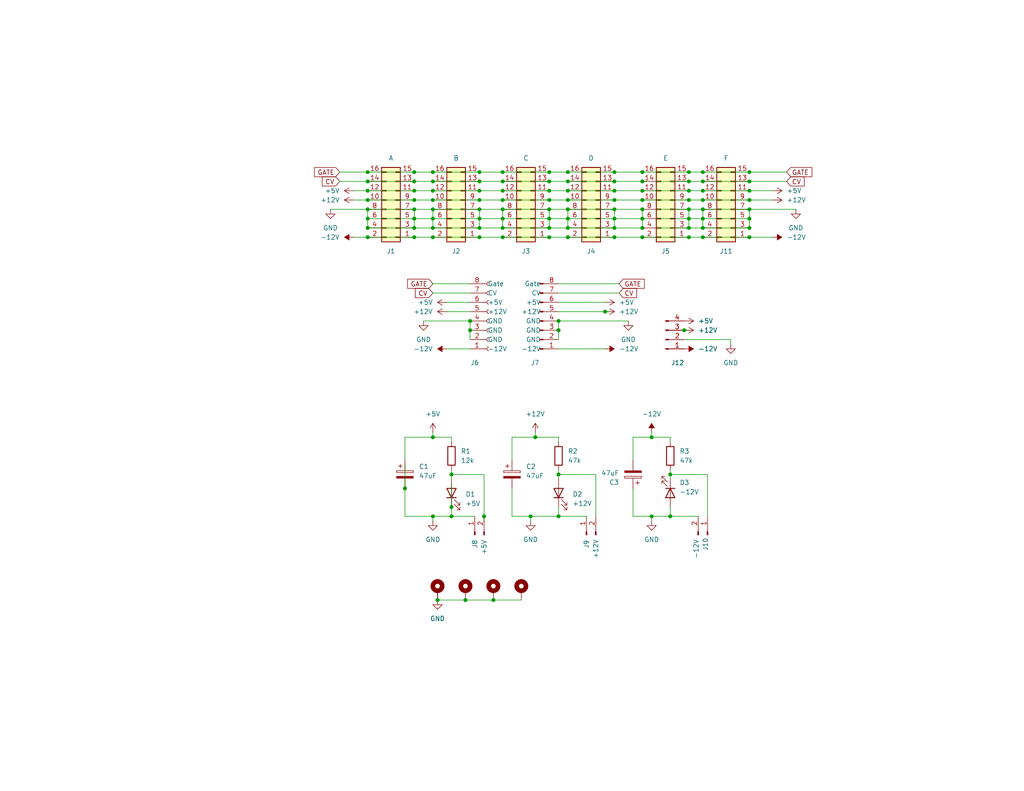
<source format=kicad_sch>
(kicad_sch (version 20230121) (generator eeschema)
  (paper "USLetter")
  (title_block (title "Merp: Modular Eurorack Powerbus") (rev "beta") (company "Dave Hamilton"))
  (lib_symbols
    (symbol "Connector:Conn_01x02_Male" (pin_names (offset 1.016) hide)
      (property "Reference" "J" (at 0 2.54 0))
      (property "Value" "Conn_01x02_Male" (at 0 -5.08 0))
      (symbol "Conn_01x02_Male_1_1"
        (polyline (pts (xy 1.27 -2.54) (xy 0.8636 -2.54)) (stroke (width 0.1524)))
        (polyline (pts (xy 1.27 0) (xy 0.8636 0)) (stroke (width 0.1524)))
        (rectangle (start 0.8636 -2.413) (end 0 -2.667) (stroke (width 0.1524)) (fill (type outline)))
        (rectangle (start 0.8636 0.127) (end 0 -0.127) (stroke (width 0.1524)) (fill (type outline)))
        (pin passive line (at 5.08 0 180) (length 3.81) (name "Pin_1") (number "1"))
        (pin passive line (at 5.08 -2.54 180) (length 3.81) (name "Pin_2") (number "2"))
      )
    )
    (symbol "Connector:Conn_01x04_Male" (pin_names (offset 1.016) hide)
      (property "Reference" "J" (at 0 5.08 0))
      (property "Value" "Conn_01x04_Male" (at 0 -7.62 0))
      (symbol "Conn_01x04_Male_1_1"
        (polyline (pts (xy 1.27 -5.08) (xy 0.8636 -5.08)) (stroke (width 0.1524)))
        (polyline (pts (xy 1.27 -2.54) (xy 0.8636 -2.54)) (stroke (width 0.1524)))
        (polyline (pts (xy 1.27 0) (xy 0.8636 0)) (stroke (width 0.1524)))
        (polyline (pts (xy 1.27 2.54) (xy 0.8636 2.54)) (stroke (width 0.1524)))
        (rectangle (start 0.8636 -4.953) (end 0 -5.207) (stroke (width 0.1524)) (fill (type outline)))
        (rectangle (start 0.8636 -2.413) (end 0 -2.667) (stroke (width 0.1524)) (fill (type outline)))
        (rectangle (start 0.8636 0.127) (end 0 -0.127) (stroke (width 0.1524)) (fill (type outline)))
        (rectangle (start 0.8636 2.667) (end 0 2.413) (stroke (width 0.1524)) (fill (type outline)))
        (pin passive line (at 5.08 2.54 180) (length 3.81) (name "Pin_1") (number "1"))
        (pin passive line (at 5.08 0 180) (length 3.81) (name "Pin_2") (number "2"))
        (pin passive line (at 5.08 -2.54 180) (length 3.81) (name "Pin_3") (number "3"))
        (pin passive line (at 5.08 -5.08 180) (length 3.81) (name "Pin_4") (number "4"))
      )
    )
    (symbol "Connector:Conn_01x08_Female" (pin_names (offset 1.016))
      (property "Reference" "J6" (at -3.81 11.43 0))
      (symbol "Conn_01x08_Female_1_1"
        (arc (start 0 -9.652) (mid -0.5058 -10.16) (end 0 -10.668) (stroke (width 0.1524)))
        (arc (start 0 -7.112) (mid -0.5058 -7.62) (end 0 -8.128) (stroke (width 0.1524)))
        (arc (start 0 -4.572) (mid -0.5058 -5.08) (end 0 -5.588) (stroke (width 0.1524)))
        (arc (start 0 -2.032) (mid -0.5058 -2.54) (end 0 -3.048) (stroke (width 0.1524)))
        (polyline (pts (xy -1.27 -10.16) (xy -0.508 -10.16)) (stroke (width 0.1524)))
        (polyline (pts (xy -1.27 -7.62) (xy -0.508 -7.62)) (stroke (width 0.1524)))
        (polyline (pts (xy -1.27 -5.08) (xy -0.508 -5.08)) (stroke (width 0.1524)))
        (polyline (pts (xy -1.27 -2.54) (xy -0.508 -2.54)) (stroke (width 0.1524)))
        (polyline (pts (xy -1.27 0) (xy -0.508 0)) (stroke (width 0.1524)))
        (polyline (pts (xy -1.27 2.54) (xy -0.508 2.54)) (stroke (width 0.1524)))
        (polyline (pts (xy -1.27 5.08) (xy -0.508 5.08)) (stroke (width 0.1524)))
        (polyline (pts (xy -1.27 7.62) (xy -0.508 7.62)) (stroke (width 0.1524)))
        (arc (start 0 0.508) (mid -0.5058 0) (end 0 -0.508) (stroke (width 0.1524)))
        (arc (start 0 3.048) (mid -0.5058 2.54) (end 0 2.032) (stroke (width 0.1524)))
        (arc (start 0 5.588) (mid -0.5058 5.08) (end 0 4.572) (stroke (width 0.1524)))
        (arc (start 0 8.128) (mid -0.5058 7.62) (end 0 7.112) (stroke (width 0.1524)))
        (pin passive line (at -5.08 7.62 0) (length 3.81) (name "-12V") (number "1"))
        (pin passive line (at -5.08 5.08 0) (length 3.81) (name "GND") (number "2"))
        (pin passive line (at -5.08 2.54 0) (length 3.81) (name "GND") (number "3"))
        (pin passive line (at -5.08 0 0) (length 3.81) (name "GND") (number "4"))
        (pin passive line (at -5.08 -2.54 0) (length 3.81) (name "+12V") (number "5"))
        (pin passive line (at -5.08 -5.08 0) (length 3.81) (name "+5V") (number "6"))
        (pin passive line (at -5.08 -7.62 0) (length 3.81) (name "CV") (number "7"))
        (pin passive line (at -5.08 -10.16 0) (length 3.81) (name "Gate") (number "8"))
      )
    )
    (symbol "Connector:Conn_01x08_Male" (pin_names (offset 1.016))
      (property "Reference" "J7" (at -2.54 11.43 0))
      (symbol "Conn_01x08_Male_1_1"
        (polyline (pts (xy 1.27 -10.16) (xy 0.8636 -10.16)) (stroke (width 0.1524)))
        (polyline (pts (xy 1.27 -7.62) (xy 0.8636 -7.62)) (stroke (width 0.1524)))
        (polyline (pts (xy 1.27 -5.08) (xy 0.8636 -5.08)) (stroke (width 0.1524)))
        (polyline (pts (xy 1.27 -2.54) (xy 0.8636 -2.54)) (stroke (width 0.1524)))
        (polyline (pts (xy 1.27 0) (xy 0.8636 0)) (stroke (width 0.1524)))
        (polyline (pts (xy 1.27 2.54) (xy 0.8636 2.54)) (stroke (width 0.1524)))
        (polyline (pts (xy 1.27 5.08) (xy 0.8636 5.08)) (stroke (width 0.1524)))
        (polyline (pts (xy 1.27 7.62) (xy 0.8636 7.62)) (stroke (width 0.1524)))
        (rectangle (start 0.8636 -10.033) (end 0 -10.287) (stroke (width 0.1524)) (fill (type outline)))
        (rectangle (start 0.8636 -7.493) (end 0 -7.747) (stroke (width 0.1524)) (fill (type outline)))
        (rectangle (start 0.8636 -4.953) (end 0 -5.207) (stroke (width 0.1524)) (fill (type outline)))
        (rectangle (start 0.8636 -2.413) (end 0 -2.667) (stroke (width 0.1524)) (fill (type outline)))
        (rectangle (start 0.8636 0.127) (end 0 -0.127) (stroke (width 0.1524)) (fill (type outline)))
        (rectangle (start 0.8636 2.667) (end 0 2.413) (stroke (width 0.1524)) (fill (type outline)))
        (rectangle (start 0.8636 5.207) (end 0 4.953) (stroke (width 0.1524)) (fill (type outline)))
        (rectangle (start 0.8636 7.747) (end 0 7.493) (stroke (width 0.1524)) (fill (type outline)))
        (pin passive line (at 5.08 7.62 180) (length 3.81) (name "-12V") (number "1"))
        (pin passive line (at 5.08 5.08 180) (length 3.81) (name "GND") (number "2"))
        (pin passive line (at 5.08 2.54 180) (length 3.81) (name "GND") (number "3"))
        (pin passive line (at 5.08 0 180) (length 3.81) (name "GND") (number "4"))
        (pin passive line (at 5.08 -2.54 180) (length 3.81) (name "+12V") (number "5"))
        (pin passive line (at 5.08 -5.08 180) (length 3.81) (name "+5V") (number "6"))
        (pin passive line (at 5.08 -7.62 180) (length 3.81) (name "CV") (number "7"))
        (pin passive line (at 5.08 -10.16 180) (length 3.81) (name "Gate") (number "8"))
      )
    )
    (symbol "Connector_Generic:Conn_02x08_Odd_Even" (pin_names (offset 1.016) hide)
      (property "Reference" "J" (at 1.27 10.16 0))
      (property "Value" "Conn_02x08_Odd_Even" (at 1.27 -12.7 0))
      (symbol "Conn_02x08_Odd_Even_1_1"
        (rectangle (start -1.27 -10.033) (end 0 -10.287) (stroke (width 0.1524)))
        (rectangle (start -1.27 -7.493) (end 0 -7.747) (stroke (width 0.1524)))
        (rectangle (start -1.27 -4.953) (end 0 -5.207) (stroke (width 0.1524)))
        (rectangle (start -1.27 -2.413) (end 0 -2.667) (stroke (width 0.1524)))
        (rectangle (start -1.27 0.127) (end 0 -0.127) (stroke (width 0.1524)))
        (rectangle (start -1.27 2.667) (end 0 2.413) (stroke (width 0.1524)))
        (rectangle (start -1.27 5.207) (end 0 4.953) (stroke (width 0.1524)))
        (rectangle (start -1.27 7.747) (end 0 7.493) (stroke (width 0.1524)))
        (rectangle (start -1.27 8.89) (end 3.81 -11.43) (stroke (width 0.254)) (fill (type background)))
        (rectangle (start 3.81 -10.033) (end 2.54 -10.287) (stroke (width 0.1524)))
        (rectangle (start 3.81 -7.493) (end 2.54 -7.747) (stroke (width 0.1524)))
        (rectangle (start 3.81 -4.953) (end 2.54 -5.207) (stroke (width 0.1524)))
        (rectangle (start 3.81 -2.413) (end 2.54 -2.667) (stroke (width 0.1524)))
        (rectangle (start 3.81 0.127) (end 2.54 -0.127) (stroke (width 0.1524)))
        (rectangle (start 3.81 2.667) (end 2.54 2.413) (stroke (width 0.1524)))
        (rectangle (start 3.81 5.207) (end 2.54 4.953) (stroke (width 0.1524)))
        (rectangle (start 3.81 7.747) (end 2.54 7.493) (stroke (width 0.1524)))
        (pin passive line (at -5.08 7.62 0) (length 3.81) (name "Pin_1") (number "1"))
        (pin passive line (at 7.62 -2.54 180) (length 3.81) (name "Pin_10") (number "10"))
        (pin passive line (at -5.08 -5.08 0) (length 3.81) (name "Pin_11") (number "11"))
        (pin passive line (at 7.62 -5.08 180) (length 3.81) (name "Pin_12") (number "12"))
        (pin passive line (at -5.08 -7.62 0) (length 3.81) (name "Pin_13") (number "13"))
        (pin passive line (at 7.62 -7.62 180) (length 3.81) (name "Pin_14") (number "14"))
        (pin passive line (at -5.08 -10.16 0) (length 3.81) (name "Pin_15") (number "15"))
        (pin passive line (at 7.62 -10.16 180) (length 3.81) (name "Pin_16") (number "16"))
        (pin passive line (at 7.62 7.62 180) (length 3.81) (name "Pin_2") (number "2"))
        (pin passive line (at -5.08 5.08 0) (length 3.81) (name "Pin_3") (number "3"))
        (pin passive line (at 7.62 5.08 180) (length 3.81) (name "Pin_4") (number "4"))
        (pin passive line (at -5.08 2.54 0) (length 3.81) (name "Pin_5") (number "5"))
        (pin passive line (at 7.62 2.54 180) (length 3.81) (name "Pin_6") (number "6"))
        (pin passive line (at -5.08 0 0) (length 3.81) (name "Pin_7") (number "7"))
        (pin passive line (at 7.62 0 180) (length 3.81) (name "Pin_8") (number "8"))
        (pin passive line (at -5.08 -2.54 0) (length 3.81) (name "Pin_9") (number "9"))
      )
    )
    (symbol "Device:C_Polarized" (pin_numbers hide) (pin_names (offset 0.254))
      (property "Reference" "C" (at 0.635 2.54 0))
      (property "Value" "C_Polarized" (at 0.635 -2.54 0))
      (symbol "C_Polarized_0_1"
        (rectangle (start -2.286 0.508) (end 2.286 1.016))
        (polyline (pts (xy -1.778 2.286) (xy -0.762 2.286)))
        (polyline (pts (xy -1.27 2.794) (xy -1.27 1.778)))
        (rectangle (start 2.286 -0.508) (end -2.286 -1.016) (fill (type outline)))
      )
      (symbol "C_Polarized_1_1"
        (pin passive line (at 0 3.81 270) (length 2.794) (name "~") (number "1"))
        (pin passive line (at 0 -3.81 90) (length 2.794) (name "~") (number "2"))
      )
    )
    (symbol "Device:LED" (pin_numbers hide) (pin_names (offset 1.016) hide)
      (property "Reference" "D" (at 0 2.54 0))
      (property "Value" "LED" (at 0 -2.54 0))
      (symbol "LED_0_1"
        (polyline (pts (xy -1.27 -1.27) (xy -1.27 1.27)) (stroke (width 0.254)))
        (polyline (pts (xy -1.27 0) (xy 1.27 0)))
        (polyline (pts (xy 1.27 -1.27) (xy 1.27 1.27) (xy -1.27 0) (xy 1.27 -1.27)) (stroke (width 0.254)))
        (polyline (pts (xy -3.048 -0.762) (xy -4.572 -2.286) (xy -3.81 -2.286) (xy -4.572 -2.286) (xy -4.572 -1.524)))
        (polyline (pts (xy -1.778 -0.762) (xy -3.302 -2.286) (xy -2.54 -2.286) (xy -3.302 -2.286) (xy -3.302 -1.524)))
      )
      (symbol "LED_1_1"
        (pin passive line (at -3.81 0 0) (length 2.54) (name "K") (number "1"))
        (pin passive line (at 3.81 0 180) (length 2.54) (name "A") (number "2"))
      )
    )
    (symbol "Device:R" (pin_numbers hide) (pin_names (offset 0))
      (property "Reference" "R" (at 2.032 0 90))
      (property "Value" "R" (at 0 0 90))
      (symbol "R_0_1"
        (rectangle (start -1.016 -2.54) (end 1.016 2.54) (stroke (width 0.254)))
      )
      (symbol "R_1_1"
        (pin passive line (at 0 3.81 270) (length 1.27) (name "~") (number "1"))
        (pin passive line (at 0 -3.81 90) (length 1.27) (name "~") (number "2"))
      )
    )
    (symbol "GND_1" (power) (pin_names (offset 0))
      (property "Value" "GND_1" (at 0 -3.81 0))
      (symbol "GND_1_0_1"
        (polyline (pts (xy 0 0) (xy 0 -1.27) (xy 1.27 -1.27) (xy 0 -2.54) (xy -1.27 -1.27) (xy 0 -1.27)))
      )
      (symbol "GND_1_1_1"
        (pin power_in line (at 0 0 270) (length 0) hide (name "GND") (number "1"))
      )
    )
    (symbol "Mechanical:MountingHole_Pad" (pin_numbers hide) (pin_names (offset 1.016) hide)
      (property "Reference" "H" (at 0 6.35 0))
      (property "Value" "MountingHole_Pad" (at 0 4.445 0))
      (symbol "MountingHole_Pad_0_1"
        (circle (center 0 1.27) (radius 1.27) (stroke (width 1.27)))
      )
      (symbol "MountingHole_Pad_1_1"
        (pin input line (at 0 -2.54 90) (length 2.54) (name "1") (number "1"))
      )
    )
    (symbol "power:+12V" (power) (pin_names (offset 0))
      (property "Value" "+12V" (at 0 3.556 0))
      (symbol "+12V_0_1"
        (polyline (pts (xy -0.762 1.27) (xy 0 2.54)))
        (polyline (pts (xy 0 0) (xy 0 2.54)))
        (polyline (pts (xy 0 2.54) (xy 0.762 1.27)))
      )
      (symbol "+12V_1_1"
        (pin power_in line (at 0 0 90) (length 0) hide (name "+12V") (number "1"))
      )
    )
    (symbol "power:+5V" (power) (pin_names (offset 0))
      (property "Value" "+5V" (at 0 3.556 0))
      (symbol "+5V_0_1"
        (polyline (pts (xy -0.762 1.27) (xy 0 2.54)))
        (polyline (pts (xy 0 0) (xy 0 2.54)))
        (polyline (pts (xy 0 2.54) (xy 0.762 1.27)))
      )
      (symbol "+5V_1_1"
        (pin power_in line (at 0 0 90) (length 0) hide (name "+5V") (number "1"))
      )
    )
    (symbol "power:-12V" (power) (pin_names (offset 0))
      (property "Value" "-12V" (at 0 3.81 0))
      (symbol "-12V_0_0"
        (pin power_in line (at 0 0 90) (length 0) hide (name "-12V") (number "1"))
      )
      (symbol "-12V_0_1"
        (polyline (pts (xy 0 0) (xy 0 1.27) (xy 0.762 1.27) (xy 0 2.54) (xy -0.762 1.27) (xy 0 1.27)) (fill (type outline)))
      )
    )
    (symbol "power:GND" (power) (pin_names (offset 0))
      (property "Value" "GND" (at 0 -3.81 0))
      (symbol "GND_0_1"
        (polyline (pts (xy 0 0) (xy 0 -1.27) (xy 1.27 -1.27) (xy 0 -2.54) (xy -1.27 -1.27) (xy 0 -1.27)))
      )
      (symbol "GND_1_1"
        (pin power_in line (at 0 0 270) (length 0) hide (name "GND") (number "1"))
      )
    )
  )
  (junction (at 137.16 62.23))
  (junction (at 204.47 49.53))
  (junction (at 100.33 59.69))
  (junction (at 167.64 57.15))
  (junction (at 100.33 54.61))
  (junction (at 177.8 119.38))
  (junction (at 154.94 52.07))
  (junction (at 152.4 87.63))
  (junction (at 191.77 59.69))
  (junction (at 204.47 46.99))
  (junction (at 191.77 49.53))
  (junction (at 128.27 87.63))
  (junction (at 182.88 140.97))
  (junction (at 175.26 59.69))
  (junction (at 118.11 140.97))
  (junction (at 113.03 62.23))
  (junction (at 100.33 52.07))
  (junction (at 130.81 52.07))
  (junction (at 204.47 64.77))
  (junction (at 137.16 52.07))
  (junction (at 204.47 62.23))
  (junction (at 152.4 140.97))
  (junction (at 100.33 64.77))
  (junction (at 154.94 54.61))
  (junction (at 175.26 46.99))
  (junction (at 191.77 54.61))
  (junction (at 187.96 59.69))
  (junction (at 167.64 59.69))
  (junction (at 113.03 46.99))
  (junction (at 187.96 49.53))
  (junction (at 149.86 46.99))
  (junction (at 182.88 129.54))
  (junction (at 134.62 163.83))
  (junction (at 118.11 49.53))
  (junction (at 127 163.83))
  (junction (at 113.03 52.07))
  (junction (at 110.49 133.35))
  (junction (at 187.96 54.61))
  (junction (at 130.81 57.15))
  (junction (at 100.33 49.53))
  (junction (at 137.16 54.61))
  (junction (at 149.86 54.61))
  (junction (at 118.11 119.38))
  (junction (at 187.96 57.15))
  (junction (at 154.94 59.69))
  (junction (at 191.77 57.15))
  (junction (at 175.26 57.15))
  (junction (at 130.81 62.23))
  (junction (at 123.19 138.43))
  (junction (at 187.96 52.07))
  (junction (at 113.03 59.69))
  (junction (at 146.05 119.38))
  (junction (at 204.47 52.07))
  (junction (at 167.64 64.77))
  (junction (at 123.19 129.54))
  (junction (at 118.11 46.99))
  (junction (at 154.94 46.99))
  (junction (at 137.16 49.53))
  (junction (at 119.38 163.83))
  (junction (at 130.81 49.53))
  (junction (at 130.81 46.99))
  (junction (at 149.86 59.69))
  (junction (at 177.8 140.97))
  (junction (at 113.03 57.15))
  (junction (at 100.33 57.15))
  (junction (at 144.78 140.97))
  (junction (at 118.11 54.61))
  (junction (at 118.11 57.15))
  (junction (at 167.64 46.99))
  (junction (at 154.94 64.77))
  (junction (at 149.86 64.77))
  (junction (at 130.81 59.69))
  (junction (at 152.4 129.54))
  (junction (at 100.33 46.99))
  (junction (at 167.64 62.23))
  (junction (at 130.81 64.77))
  (junction (at 175.26 62.23))
  (junction (at 154.94 62.23))
  (junction (at 167.64 52.07))
  (junction (at 191.77 46.99))
  (junction (at 175.26 54.61))
  (junction (at 175.26 49.53))
  (junction (at 167.64 49.53))
  (junction (at 165.1 85.09))
  (junction (at 118.11 62.23))
  (junction (at 149.86 52.07))
  (junction (at 128.27 90.17))
  (junction (at 175.26 52.07))
  (junction (at 132.08 140.97))
  (junction (at 204.47 59.69))
  (junction (at 191.77 62.23))
  (junction (at 191.77 64.77))
  (junction (at 187.96 62.23))
  (junction (at 118.11 59.69))
  (junction (at 152.4 90.17))
  (junction (at 187.96 46.99))
  (junction (at 113.03 49.53))
  (junction (at 175.26 64.77))
  (junction (at 130.81 54.61))
  (junction (at 137.16 59.69))
  (junction (at 113.03 54.61))
  (junction (at 149.86 57.15))
  (junction (at 154.94 57.15))
  (junction (at 149.86 62.23))
  (junction (at 186.69 90.17))
  (junction (at 149.86 49.53))
  (junction (at 123.19 140.97))
  (junction (at 204.47 57.15))
  (junction (at 118.11 64.77))
  (junction (at 118.11 52.07))
  (junction (at 137.16 46.99))
  (junction (at 191.77 52.07))
  (junction (at 167.64 54.61))
  (junction (at 137.16 64.77))
  (junction (at 204.47 54.61))
  (junction (at 137.16 57.15))
  (junction (at 113.03 64.77))
  (junction (at 154.94 49.53))
  (junction (at 187.96 64.77))
  (junction (at 100.33 62.23))
  (wire (pts (xy 100.33 59.69) (xy 113.03 59.69)))
  (wire (pts (xy 187.96 57.15) (xy 187.96 59.69)))
  (wire (pts (xy 92.71 46.99) (xy 100.33 46.99)))
  (wire (pts (xy 179.07 57.15) (xy 187.96 57.15)))
  (wire (pts (xy 167.64 59.69) (xy 167.64 62.23)))
  (wire (pts (xy 121.92 82.55) (xy 128.27 82.55)))
  (wire (pts (xy 187.96 46.99) (xy 191.77 46.99)))
  (wire (pts (xy 123.19 132.08) (xy 123.19 138.43)))
  (wire (pts (xy 137.16 49.53) (xy 149.86 49.53)))
  (wire (pts (xy 118.11 57.15) (xy 130.81 57.15)))
  (wire (pts (xy 144.78 140.97) (xy 152.4 140.97)))
  (wire (pts (xy 167.64 59.69) (xy 175.26 59.69)))
  (wire (pts (xy 128.27 87.63) (xy 115.57 87.63)))
  (wire (pts (xy 118.11 54.61) (xy 130.81 54.61)))
  (wire (pts (xy 123.19 120.65) (xy 123.19 119.38)))
  (wire (pts (xy 154.94 59.69) (xy 154.94 62.23)))
  (wire (pts (xy 137.16 57.15) (xy 137.16 59.69)))
  (wire (pts (xy 127 163.83) (xy 134.62 163.83)))
  (wire (pts (xy 172.72 125.73) (xy 172.72 119.38)))
  (wire (pts (xy 123.19 128.27) (xy 123.19 129.54)))
  (wire (pts (xy 187.96 64.77) (xy 191.77 64.77)))
  (wire (pts (xy 113.03 57.15) (xy 113.03 59.69)))
  (wire (pts (xy 137.16 59.69) (xy 137.16 62.23)))
  (wire (pts (xy 149.86 62.23) (xy 154.94 62.23)))
  (wire (pts (xy 132.08 129.54) (xy 123.19 129.54)))
  (wire (pts (xy 130.81 54.61) (xy 137.16 54.61)))
  (wire (pts (xy 167.64 64.77) (xy 175.26 64.77)))
  (wire (pts (xy 118.11 52.07) (xy 130.81 52.07)))
  (wire (pts (xy 130.81 62.23) (xy 137.16 62.23)))
  (wire (pts (xy 100.33 59.69) (xy 100.33 62.23)))
  (wire (pts (xy 167.64 62.23) (xy 175.26 62.23)))
  (wire (pts (xy 175.26 54.61) (xy 187.96 54.61)))
  (wire (pts (xy 132.08 142.24) (xy 132.08 140.97)))
  (wire (pts (xy 130.81 46.99) (xy 137.16 46.99)))
  (wire (pts (xy 128.27 77.47) (xy 118.11 77.47)))
  (wire (pts (xy 191.77 54.61) (xy 204.47 54.61)))
  (wire (pts (xy 100.33 52.07) (xy 113.03 52.07)))
  (wire (pts (xy 110.49 119.38) (xy 110.49 125.73)))
  (wire (pts (xy 187.96 59.69) (xy 191.77 59.69)))
  (wire (pts (xy 191.77 46.99) (xy 204.47 46.99)))
  (wire (pts (xy 110.49 133.35) (xy 110.49 127)))
  (wire (pts (xy 118.11 59.69) (xy 130.81 59.69)))
  (wire (pts (xy 191.77 49.53) (xy 204.47 49.53)))
  (wire (pts (xy 110.49 140.97) (xy 110.49 133.35)))
  (wire (pts (xy 175.26 46.99) (xy 187.96 46.99)))
  (wire (pts (xy 130.81 57.15) (xy 137.16 57.15)))
  (wire (pts (xy 187.96 54.61) (xy 191.77 54.61)))
  (wire (pts (xy 167.64 49.53) (xy 175.26 49.53)))
  (wire (pts (xy 182.88 129.54) (xy 182.88 128.27)))
  (wire (pts (xy 179.07 49.53) (xy 187.96 49.53)))
  (wire (pts (xy 154.94 52.07) (xy 167.64 52.07)))
  (wire (pts (xy 172.72 133.35) (xy 172.72 140.97)))
  (wire (pts (xy 152.4 129.54) (xy 162.56 129.54)))
  (wire (pts (xy 154.94 46.99) (xy 167.64 46.99)))
  (wire (pts (xy 139.7 119.38) (xy 139.7 125.73)))
  (wire (pts (xy 191.77 62.23) (xy 204.47 62.23)))
  (wire (pts (xy 175.26 64.77) (xy 187.96 64.77)))
  (wire (pts (xy 139.7 133.35) (xy 139.7 140.97)))
  (wire (pts (xy 154.94 49.53) (xy 167.64 49.53)))
  (wire (pts (xy 175.26 52.07) (xy 187.96 52.07)))
  (wire (pts (xy 100.33 57.15) (xy 100.33 59.69)))
  (wire (pts (xy 149.86 57.15) (xy 154.94 57.15)))
  (wire (pts (xy 187.96 59.69) (xy 187.96 62.23)))
  (wire (pts (xy 175.26 59.69) (xy 176.53 59.69)))
  (wire (pts (xy 152.4 92.71) (xy 152.4 90.17)))
  (wire (pts (xy 152.4 129.54) (xy 152.4 130.81)))
  (wire (pts (xy 113.03 52.07) (xy 118.11 52.07)))
  (wire (pts (xy 118.11 49.53) (xy 130.81 49.53)))
  (wire (pts (xy 100.33 46.99) (xy 113.03 46.99)))
  (wire (pts (xy 152.4 87.63) (xy 171.45 87.63)))
  (wire (pts (xy 137.16 59.69) (xy 149.86 59.69)))
  (wire (pts (xy 152.4 120.65) (xy 152.4 119.38)))
  (wire (pts (xy 149.86 64.77) (xy 154.94 64.77)))
  (wire (pts (xy 146.05 119.38) (xy 152.4 119.38)))
  (wire (pts (xy 128.27 80.01) (xy 118.11 80.01)))
  (wire (pts (xy 154.94 64.77) (xy 167.64 64.77)))
  (wire (pts (xy 167.64 54.61) (xy 175.26 54.61)))
  (wire (pts (xy 167.64 57.15) (xy 167.64 59.69)))
  (wire (pts (xy 152.4 80.01) (xy 168.91 80.01)))
  (wire (pts (xy 121.92 85.09) (xy 128.27 85.09)))
  (wire (pts (xy 130.81 59.69) (xy 130.81 62.23)))
  (wire (pts (xy 100.33 62.23) (xy 113.03 62.23)))
  (wire (pts (xy 110.49 119.38) (xy 118.11 119.38)))
  (wire (pts (xy 182.88 119.38) (xy 182.88 120.65)))
  (wire (pts (xy 130.81 59.69) (xy 137.16 59.69)))
  (wire (pts (xy 191.77 64.77) (xy 204.47 64.77)))
  (wire (pts (xy 130.81 49.53) (xy 137.16 49.53)))
  (wire (pts (xy 123.19 138.43) (xy 123.19 140.97)))
  (wire (pts (xy 113.03 49.53) (xy 118.11 49.53)))
  (wire (pts (xy 177.8 118.11) (xy 177.8 119.38)))
  (wire (pts (xy 144.78 140.97) (xy 144.78 142.24)))
  (wire (pts (xy 204.47 64.77) (xy 210.82 64.77)))
  (wire (pts (xy 154.94 59.69) (xy 167.64 59.69)))
  (wire (pts (xy 118.11 140.97) (xy 123.19 140.97)))
  (wire (pts (xy 152.4 77.47) (xy 168.91 77.47)))
  (wire (pts (xy 149.86 52.07) (xy 154.94 52.07)))
  (wire (pts (xy 90.17 57.15) (xy 100.33 57.15)))
  (wire (pts (xy 118.11 119.38) (xy 123.19 119.38)))
  (wire (pts (xy 152.4 82.55) (xy 165.1 82.55)))
  (wire (pts (xy 182.88 138.43) (xy 182.88 140.97)))
  (wire (pts (xy 152.4 128.27) (xy 152.4 129.54)))
  (wire (pts (xy 179.07 59.69) (xy 187.96 59.69)))
  (wire (pts (xy 128.27 87.63) (xy 128.27 90.17)))
  (wire (pts (xy 128.27 90.17) (xy 128.27 92.71)))
  (wire (pts (xy 113.03 64.77) (xy 118.11 64.77)))
  (wire (pts (xy 191.77 57.15) (xy 191.77 59.69)))
  (wire (pts (xy 137.16 64.77) (xy 149.86 64.77)))
  (wire (pts (xy 118.11 140.97) (xy 118.11 142.24)))
  (wire (pts (xy 96.52 52.07) (xy 100.33 52.07)))
  (wire (pts (xy 160.02 140.97) (xy 152.4 140.97)))
  (wire (pts (xy 172.72 119.38) (xy 177.8 119.38)))
  (wire (pts (xy 191.77 57.15) (xy 204.47 57.15)))
  (wire (pts (xy 149.86 54.61) (xy 154.94 54.61)))
  (wire (pts (xy 113.03 57.15) (xy 118.11 57.15)))
  (wire (pts (xy 123.19 129.54) (xy 123.19 130.81)))
  (wire (pts (xy 167.64 46.99) (xy 175.26 46.99)))
  (wire (pts (xy 186.69 90.17) (xy 187.96 90.17)))
  (wire (pts (xy 152.4 95.25) (xy 165.1 95.25)))
  (wire (pts (xy 146.05 118.11) (xy 146.05 119.38)))
  (wire (pts (xy 204.47 46.99) (xy 214.63 46.99)))
  (wire (pts (xy 100.33 54.61) (xy 113.03 54.61)))
  (wire (pts (xy 113.03 59.69) (xy 118.11 59.69)))
  (wire (pts (xy 204.47 54.61) (xy 210.82 54.61)))
  (wire (pts (xy 204.47 52.07) (xy 210.82 52.07)))
  (wire (pts (xy 149.86 49.53) (xy 154.94 49.53)))
  (wire (pts (xy 191.77 59.69) (xy 204.47 59.69)))
  (wire (pts (xy 162.56 140.97) (xy 162.56 129.54)))
  (wire (pts (xy 118.11 57.15) (xy 118.11 59.69)))
  (wire (pts (xy 100.33 57.15) (xy 113.03 57.15)))
  (wire (pts (xy 193.04 129.54) (xy 182.88 129.54)))
  (wire (pts (xy 152.4 87.63) (xy 152.4 90.17)))
  (wire (pts (xy 137.16 54.61) (xy 149.86 54.61)))
  (wire (pts (xy 144.78 140.97) (xy 139.7 140.97)))
  (wire (pts (xy 134.62 163.83) (xy 142.24 163.83)))
  (wire (pts (xy 199.39 92.71) (xy 199.39 93.98)))
  (wire (pts (xy 187.96 57.15) (xy 191.77 57.15)))
  (wire (pts (xy 129.54 140.97) (xy 123.19 140.97)))
  (wire (pts (xy 92.71 49.53) (xy 100.33 49.53)))
  (wire (pts (xy 139.7 119.38) (xy 146.05 119.38)))
  (wire (pts (xy 204.47 49.53) (xy 214.63 49.53)))
  (wire (pts (xy 193.04 140.97) (xy 193.04 129.54)))
  (wire (pts (xy 118.11 59.69) (xy 118.11 62.23)))
  (wire (pts (xy 204.47 57.15) (xy 217.17 57.15)))
  (wire (pts (xy 154.94 57.15) (xy 154.94 59.69)))
  (wire (pts (xy 118.11 118.11) (xy 118.11 119.38)))
  (wire (pts (xy 110.49 140.97) (xy 118.11 140.97)))
  (wire (pts (xy 137.16 62.23) (xy 149.86 62.23)))
  (wire (pts (xy 130.81 52.07) (xy 137.16 52.07)))
  (wire (pts (xy 137.16 57.15) (xy 149.86 57.15)))
  (wire (pts (xy 96.52 64.77) (xy 100.33 64.77)))
  (wire (pts (xy 113.03 46.99) (xy 118.11 46.99)))
  (wire (pts (xy 187.96 49.53) (xy 191.77 49.53)))
  (wire (pts (xy 177.8 140.97) (xy 177.8 142.24)))
  (wire (pts (xy 132.08 140.97) (xy 132.08 129.54)))
  (wire (pts (xy 149.86 59.69) (xy 149.86 62.23)))
  (wire (pts (xy 100.33 49.53) (xy 113.03 49.53)))
  (wire (pts (xy 119.38 163.83) (xy 127 163.83)))
  (wire (pts (xy 177.8 119.38) (xy 182.88 119.38)))
  (wire (pts (xy 100.33 64.77) (xy 113.03 64.77)))
  (wire (pts (xy 179.07 62.23) (xy 187.96 62.23)))
  (wire (pts (xy 118.11 46.99) (xy 130.81 46.99)))
  (wire (pts (xy 130.81 64.77) (xy 137.16 64.77)))
  (wire (pts (xy 167.64 57.15) (xy 175.26 57.15)))
  (wire (pts (xy 175.26 49.53) (xy 176.53 49.53)))
  (wire (pts (xy 165.1 85.09) (xy 166.37 85.09)))
  (wire (pts (xy 154.94 54.61) (xy 167.64 54.61)))
  (wire (pts (xy 137.16 52.07) (xy 149.86 52.07)))
  (wire (pts (xy 149.86 57.15) (xy 149.86 59.69)))
  (wire (pts (xy 118.11 62.23) (xy 130.81 62.23)))
  (wire (pts (xy 177.8 140.97) (xy 182.88 140.97)))
  (wire (pts (xy 128.27 95.25) (xy 121.92 95.25)))
  (wire (pts (xy 204.47 59.69) (xy 204.47 62.23)))
  (wire (pts (xy 191.77 59.69) (xy 191.77 62.23)))
  (wire (pts (xy 113.03 59.69) (xy 113.03 62.23)))
  (wire (pts (xy 191.77 52.07) (xy 204.47 52.07)))
  (wire (pts (xy 182.88 129.54) (xy 182.88 130.81)))
  (wire (pts (xy 187.96 62.23) (xy 191.77 62.23)))
  (wire (pts (xy 118.11 64.77) (xy 130.81 64.77)))
  (wire (pts (xy 113.03 54.61) (xy 118.11 54.61)))
  (wire (pts (xy 152.4 85.09) (xy 165.1 85.09)))
  (wire (pts (xy 175.26 59.69) (xy 175.26 62.23)))
  (wire (pts (xy 149.86 46.99) (xy 154.94 46.99)))
  (wire (pts (xy 96.52 54.61) (xy 100.33 54.61)))
  (wire (pts (xy 187.96 52.07) (xy 191.77 52.07)))
  (wire (pts (xy 154.94 57.15) (xy 167.64 57.15)))
  (wire (pts (xy 137.16 46.99) (xy 149.86 46.99)))
  (wire (pts (xy 130.81 57.15) (xy 130.81 59.69)))
  (wire (pts (xy 167.64 52.07) (xy 175.26 52.07)))
  (wire (pts (xy 113.03 62.23) (xy 118.11 62.23)))
  (wire (pts (xy 154.94 62.23) (xy 167.64 62.23)))
  (wire (pts (xy 175.26 57.15) (xy 175.26 59.69)))
  (wire (pts (xy 204.47 57.15) (xy 204.47 59.69)))
  (wire (pts (xy 152.4 138.43) (xy 152.4 140.97)))
  (wire (pts (xy 172.72 140.97) (xy 177.8 140.97)))
  (wire (pts (xy 186.69 92.71) (xy 199.39 92.71)))
  (wire (pts (xy 182.88 140.97) (xy 190.5 140.97)))
  (wire (pts (xy 149.86 59.69) (xy 154.94 59.69)))
  (global_label "CV" (shape input) (at 214.63 49.53 0) (property "Intersheetrefs" "${INTERSHEET_REFS}" (effects hide)))
  (global_label "GATE" (shape input) (at 214.63 46.99 0) (property "Intersheetrefs" "${INTERSHEET_REFS}" (effects hide)))
  (global_label "GATE" (shape input) (at 92.71 46.99 180) (property "Intersheetrefs" "${INTERSHEET_REFS}" (effects hide)))
  (global_label "CV" (shape input) (at 168.91 80.01 0) (property "Intersheetrefs" "${INTERSHEET_REFS}" (effects hide)))
  (global_label "GATE" (shape input) (at 168.91 77.47 0) (property "Intersheetrefs" "${INTERSHEET_REFS}" (effects hide)))
  (global_label "GATE" (shape input) (at 118.11 77.47 180) (property "Intersheetrefs" "${INTERSHEET_REFS}" (effects hide)))
  (global_label "CV" (shape input) (at 92.71 49.53 180) (property "Intersheetrefs" "${INTERSHEET_REFS}" (effects hide)))
  (global_label "CV" (shape input) (at 118.11 80.01 180) (property "Intersheetrefs" "${INTERSHEET_REFS}" (effects hide)))
  (symbol (lib_id "Mechanical:MountingHole_Pad") (at 134.62 161.29 0) (unit 1)
    (property "Reference" "H3" (effects hide))
    (property "Value" "GND" (effects hide))
    (property "Footprint" "MountingHole:MountingHole_3.2mm_M3_DIN965_Pad" (effects hide))
  )
  (symbol (lib_id "power:+5V") (at 121.92 82.55 90) (mirror x) (unit 1)
    (property "Reference" "#PWR0105" (effects hide))
    (property "Value" "+5V" (at 118.11 82.5499 90) (effects (justify left)))
  )
  (symbol (lib_id "power:-12V") (at 165.1 95.25 270) (unit 1)
    (property "Reference" "#PWR0110" (effects hide))
    (property "Value" "-12V" (at 168.91 95.2499 90) (effects (justify left)))
  )
  (symbol (lib_id "power:+12V") (at 165.1 85.09 270) (unit 1)
    (property "Reference" "#PWR0109" (effects hide))
    (property "Value" "+12V" (at 168.91 85.0899 90) (effects (justify left)))
  )
  (symbol (lib_id "power:GND") (at 90.17 57.15 0) (mirror y) (unit 1)
    (property "Reference" "#PWR0112" (effects hide))
    (property "Value" "GND" (at 90.17 62.23 0))
  )
  (symbol (lib_id "power:-12V") (at 96.52 64.77 90) (mirror x) (unit 1)
    (property "Reference" "#PWR0115" (effects hide))
    (property "Value" "-12V" (at 92.71 64.7699 90) (effects (justify left)))
  )
  (symbol (lib_id "power:GND") (at 144.78 142.24 0) (unit 1)
    (property "Reference" "#PWR0102" (effects hide))
    (property "Value" "GND" (at 144.78 147.32 0))
  )
  (symbol (lib_id "power:+12V") (at 186.69 90.17 270) (unit 1)
    (property "Reference" "#PWR0117" (effects hide))
    (property "Value" "+12V" (at 190.5 90.1699 90) (effects (justify left)))
  )
  (symbol (lib_id "Device:LED") (at 123.19 134.62 90) (unit 1)
    (property "Reference" "D1" (at 127 134.9374 90) (effects (justify right)))
    (property "Value" "+5V" (at 127 137.4774 90) (effects (justify right)))
    (property "Footprint" "LED_THT:LED_D3.0mm" (effects hide))
  )
  (symbol (lib_id "Connector:Conn_01x08_Male") (at 147.32 87.63 0) (mirror x) (unit 1)
    (property "Reference" "J7" (at 144.78 99.06 0) (effects (justify left)))
    (property "Value" "IO2" (effects hide))
    (property "Footprint" "Connector_PinHeader_2.54mm:PinHeader_1x08_P2.54mm_Horizontal" (effects hide))
  )
  (symbol (lib_id "power:+5V") (at 118.11 118.11 0) (unit 1)
    (property "Reference" "#PWR012" (effects hide))
    (property "Value" "+5V" (at 118.11 113.03 0))
  )
  (symbol (lib_id "power:GND") (at 199.39 93.98 0) (unit 1)
    (property "Reference" "#PWR0118" (effects hide))
    (property "Value" "GND" (at 199.39 99.06 0))
  )
  (symbol (lib_id "Connector_Generic:Conn_02x08_Odd_Even") (at 182.88 57.15 180) (unit 1)
    (property "Reference" "J5" (at 181.61 68.58 0))
    (property "Value" "E" (at 181.61 43.18 0))
    (property "Footprint" "Connector_IDC:IDC-Header_2x08_P2.54mm_Vertical" (effects hide))
  )
  (symbol (lib_id "Connector_Generic:Conn_02x08_Odd_Even") (at 144.78 57.15 180) (unit 1)
    (property "Reference" "J3" (at 143.51 68.58 0))
    (property "Value" "C" (at 143.51 43.18 0))
    (property "Footprint" "Connector_IDC:IDC-Header_2x08_P2.54mm_Vertical" (effects hide))
  )
  (symbol (lib_id "power:GND") (at 118.11 142.24 0) (unit 1)
    (property "Reference" "#PWR015" (effects hide))
    (property "Value" "GND" (at 118.11 147.32 0))
  )
  (symbol (lib_id "power:GND") (at 217.17 57.15 0) (unit 1)
    (property "Reference" "#PWR020" (effects hide))
    (property "Value" "GND" (at 217.17 62.23 0))
  )
  (symbol (lib_id "Device:LED") (at 152.4 134.62 90) (unit 1)
    (property "Reference" "D2" (at 156.21 134.9374 90) (effects (justify right)))
    (property "Value" "+12V" (at 156.21 137.4774 90) (effects (justify right)))
    (property "Footprint" "LED_THT:LED_D3.0mm" (effects hide))
  )
  (symbol (lib_id "Connector_Generic:Conn_02x08_Odd_Even") (at 199.39 57.15 180) (unit 1)
    (property "Reference" "J11" (at 198.12 68.58 0))
    (property "Value" "F" (at 198.12 43.18 0))
    (property "Footprint" "Connector_IDC:IDC-Header_2x08_P2.54mm_Vertical" (effects hide))
  )
  (symbol (lib_id "Connector_Generic:Conn_02x08_Odd_Even") (at 107.95 57.15 180) (unit 1)
    (property "Reference" "J1" (at 106.68 68.58 0))
    (property "Value" "A" (at 106.68 43.18 0))
    (property "Footprint" "Connector_IDC:IDC-Header_2x08_P2.54mm_Vertical" (effects hide))
  )
  (symbol (lib_id "Connector:Conn_01x02_Male") (at 129.54 146.05 90) (unit 1)
    (property "Reference" "J8" (at 129.5399 147.32 0) (effects (justify right)))
    (property "Value" "+5V" (at 132.0799 147.32 0) (effects (justify right)))
    (property "Footprint" "Connector_PinHeader_2.54mm:PinHeader_1x02_P2.54mm_Vertical" (effects hide))
  )
  (symbol (lib_id "power:-12V") (at 186.69 95.25 270) (unit 1)
    (property "Reference" "#PWR0116" (effects hide))
    (property "Value" "-12V" (at 190.5 95.2499 90) (effects (justify left)))
  )
  (symbol (lib_id "power:+12V") (at 121.92 85.09 90) (mirror x) (unit 1)
    (property "Reference" "#PWR0104" (effects hide))
    (property "Value" "+12V" (at 118.11 85.0899 90) (effects (justify left)))
  )
  (symbol (lib_id "Connector_Generic:Conn_02x08_Odd_Even") (at 125.73 57.15 180) (unit 1)
    (property "Reference" "J2" (at 124.46 68.58 0))
    (property "Value" "B" (at 124.46 43.18 0))
    (property "Footprint" "Connector_IDC:IDC-Header_2x08_P2.54mm_Vertical" (effects hide))
  )
  (symbol (lib_id "power:GND") (at 171.45 87.63 0) (unit 1)
    (property "Reference" "#PWR0108" (effects hide))
    (property "Value" "GND" (at 171.45 92.71 0))
  )
  (symbol (lib_id "Mechanical:MountingHole_Pad") (at 142.24 161.29 0) (unit 1)
    (property "Reference" "H4" (effects hide))
    (property "Value" "GND" (effects hide))
    (property "Footprint" "MountingHole:MountingHole_3.2mm_M3_DIN965_Pad" (effects hide))
  )
  (symbol (lib_id "power:+12V") (at 210.82 54.61 270) (unit 1)
    (property "Reference" "#PWR019" (effects hide))
    (property "Value" "+12V" (at 214.63 54.6099 90) (effects (justify left)))
  )
  (symbol (lib_id "power:-12V") (at 121.92 95.25 90) (mirror x) (unit 1)
    (property "Reference" "#PWR0103" (effects hide))
    (property "Value" "-12V" (at 118.11 95.2499 90) (effects (justify left)))
  )
  (symbol (lib_id "Connector:Conn_01x08_Female") (at 133.35 87.63 0) (mirror x) (unit 1)
    (property "Reference" "J6" (at 129.54 99.06 0))
    (property "Value" "IO1" (effects hide))
    (property "Footprint" "Connector_PinSocket_2.54mm:PinSocket_1x08_P2.54mm_Horizontal" (effects hide))
  )
  (symbol (lib_id "power:+12V") (at 96.52 54.61 90) (mirror x) (unit 1)
    (property "Reference" "#PWR0114" (effects hide))
    (property "Value" "+12V" (at 92.71 54.6099 90) (effects (justify left)))
  )
  (symbol (lib_id "Device:C_Polarized") (at 139.7 129.54 0) (unit 1)
    (property "Reference" "C2" (at 143.51 127.3809 0) (effects (justify left)))
    (property "Value" "47uF" (at 143.51 129.9209 0) (effects (justify left)))
    (property "Footprint" "Capacitor_THT:CP_Radial_D8.0mm_P3.50mm" (effects hide))
  )
  (symbol (lib_id "Mechanical:MountingHole_Pad") (at 119.38 161.29 0) (unit 1)
    (property "Reference" "H1" (effects hide))
    (property "Value" "GND" (effects hide))
    (property "Footprint" "MountingHole:MountingHole_3.2mm_M3_DIN965_Pad" (effects hide))
  )
  (symbol (lib_id "power:GND") (at 115.57 87.63 0) (mirror y) (unit 1)
    (property "Reference" "#PWR0106" (effects hide))
    (property "Value" "GND" (at 115.57 92.71 0))
  )
  (symbol (lib_id "Device:LED") (at 182.88 134.62 270) (unit 1)
    (property "Reference" "D3" (at 185.42 131.7624 90) (effects (justify left)))
    (property "Value" "-12V" (at 185.42 134.3024 90) (effects (justify left)))
    (property "Footprint" "LED_THT:LED_D3.0mm" (effects hide))
  )
  (symbol (lib_id "Device:R") (at 123.19 124.46 180) (unit 1)
    (property "Reference" "R1" (at 125.73 123.1899 0) (effects (justify right)))
    (property "Value" "12k" (at 125.73 125.7299 0) (effects (justify right)))
    (property "Footprint" "Resistor_THT:R_Axial_DIN0207_L6.3mm_D2.5mm_P7.62mm_Horizontal" (effects hide))
  )
  (symbol (lib_id "power:GND") (at 177.8 142.24 0) (unit 1)
    (property "Reference" "#PWR013" (effects hide))
    (property "Value" "GND" (at 177.8 147.32 0))
  )
  (symbol (lib_id "power:+12V") (at 146.05 118.11 0) (unit 1)
    (property "Reference" "#PWR0101" (effects hide))
    (property "Value" "+12V" (at 146.05 113.03 0))
  )
  (symbol (lib_id "Device:C_Polarized") (at 110.49 129.54 0) (unit 1)
    (property "Reference" "C1" (at 114.3 127.3809 0) (effects (justify left)))
    (property "Value" "47uF" (at 114.3 129.9209 0) (effects (justify left)))
    (property "Footprint" "Capacitor_THT:CP_Radial_D8.0mm_P3.50mm" (effects hide))
  )
  (symbol (lib_id "power:+5V") (at 96.52 52.07 90) (mirror x) (unit 1)
    (property "Reference" "#PWR0113" (effects hide))
    (property "Value" "+5V" (at 92.71 52.0699 90) (effects (justify left)))
  )
  (symbol (lib_id "Device:R") (at 152.4 124.46 180) (unit 1)
    (property "Reference" "R2" (at 154.94 123.1899 0) (effects (justify right)))
    (property "Value" "47k" (at 154.94 125.7299 0) (effects (justify right)))
    (property "Footprint" "Resistor_THT:R_Axial_DIN0207_L6.3mm_D2.5mm_P7.62mm_Horizontal" (effects hide))
  )
  (symbol (lib_id "Connector_Generic:Conn_02x08_Odd_Even") (at 162.56 57.15 180) (unit 1)
    (property "Reference" "J4" (at 161.29 68.58 0))
    (property "Value" "D" (at 161.29 43.18 0))
    (property "Footprint" "Connector_IDC:IDC-Header_2x08_P2.54mm_Vertical" (effects hide))
  )
  (symbol (lib_id "power:+5V") (at 210.82 52.07 270) (unit 1)
    (property "Reference" "#PWR018" (effects hide))
    (property "Value" "+5V" (at 214.63 52.0699 90) (effects (justify left)))
  )
  (symbol (lib_id "Device:C_Polarized") (at 172.72 129.54 180) (unit 1)
    (property "Reference" "C3" (at 168.91 131.6991 0) (effects (justify left)))
    (property "Value" "47uF" (at 168.91 129.1591 0) (effects (justify left)))
    (property "Footprint" "Capacitor_THT:CP_Radial_D8.0mm_P3.50mm" (effects hide))
  )
  (symbol (lib_id "power:+5V") (at 165.1 82.55 270) (unit 1)
    (property "Reference" "#PWR0107" (effects hide))
    (property "Value" "+5V" (at 168.91 82.5499 90) (effects (justify left)))
  )
  (symbol (lib_id "power:-12V") (at 177.8 118.11 0) (unit 1)
    (property "Reference" "#PWR014" (effects hide))
    (property "Value" "-12V" (at 177.8 113.03 0))
  )
  (symbol (lib_id "power:-12V") (at 210.82 64.77 270) (unit 1)
    (property "Reference" "#PWR021" (effects hide))
    (property "Value" "-12V" (at 214.63 64.7699 90) (effects (justify left)))
  )
  (symbol (lib_id "Device:R") (at 182.88 124.46 180) (unit 1)
    (property "Reference" "R3" (at 185.42 123.1899 0) (effects (justify right)))
    (property "Value" "47k" (at 185.42 125.7299 0) (effects (justify right)))
    (property "Footprint" "Resistor_THT:R_Axial_DIN0207_L6.3mm_D2.5mm_P7.62mm_Horizontal" (effects hide))
  )
  (symbol (lib_id "power:+5V") (at 186.69 87.63 270) (unit 1)
    (property "Reference" "#PWR0119" (effects hide))
    (property "Value" "+5V" (at 190.5 87.6299 90) (effects (justify left)))
  )
  (symbol (lib_id "Connector:Conn_01x02_Male") (at 193.04 146.05 270) (mirror x) (unit 1)
    (property "Reference" "J10" (at 191.77 148.59 0) (effects (justify bottom)))
    (property "Value" "-12V" (at 189.23 149.86 0) (effects (justify bottom)))
    (property "Footprint" "Connector_PinHeader_2.54mm:PinHeader_1x02_P2.54mm_Vertical" (effects hide))
  )
  (symbol (lib_id "Mechanical:MountingHole_Pad") (at 127 161.29 0) (unit 1)
    (property "Reference" "H2" (effects hide))
    (property "Value" "GND" (effects hide))
    (property "Footprint" "MountingHole:MountingHole_3.2mm_M3_DIN965_Pad" (effects hide))
  )
  (symbol (lib_id "Connector:Conn_01x02_Male") (at 160.02 146.05 90) (unit 1)
    (property "Reference" "J9" (at 160.02 148.59 0))
    (property "Value" "+12V" (at 162.56 149.86 0))
    (property "Footprint" "Connector_PinHeader_2.54mm:PinHeader_1x02_P2.54mm_Vertical" (effects hide))
  )
  (symbol (lib_id "Connector:Conn_01x04_Male") (at 181.61 92.71 0) (mirror x) (unit 1)
    (property "Reference" "J12" (at 186.69 99.06 0) (effects (justify right)))
    (property "Value" "Conn_01x04_Male" (effects hide))
    (property "Footprint" "Connector_PinHeader_2.54mm:PinHeader_1x04_P2.54mm_Horizontal" (effects hide))
  )
  (symbol (lib_name "GND_1") (lib_id "power:GND") (at 119.38 163.83 0) (unit 1)
    (property "Reference" "#PWR0111" (effects hide))
    (property "Value" "GND" (at 119.38 168.91 0))
  )
)
</source>
